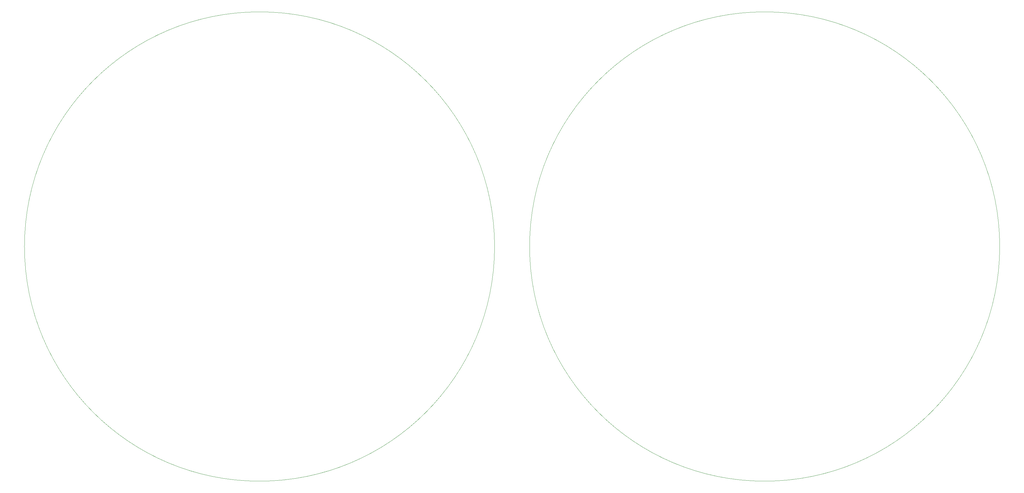
<source format=gbr>
G04 #@! TF.GenerationSoftware,KiCad,Pcbnew,(5.1.5)-3*
G04 #@! TF.CreationDate,2020-04-04T14:42:27-04:00*
G04 #@! TF.ProjectId,OctoPad,4f63746f-5061-4642-9e6b-696361645f70,rev?*
G04 #@! TF.SameCoordinates,Original*
G04 #@! TF.FileFunction,Profile,NP*
%FSLAX46Y46*%
G04 Gerber Fmt 4.6, Leading zero omitted, Abs format (unit mm)*
G04 Created by KiCad (PCBNEW (5.1.5)-3) date 2020-04-04 14:42:27*
%MOMM*%
%LPD*%
G04 APERTURE LIST*
%ADD10C,0.050000*%
G04 APERTURE END LIST*
D10*
X377049495Y-114300000D02*
G75*
G03X377049495Y-114300000I-69074495J0D01*
G01*
X228618245Y-114300000D02*
G75*
G03X228618245Y-114300000I-69074495J0D01*
G01*
M02*

</source>
